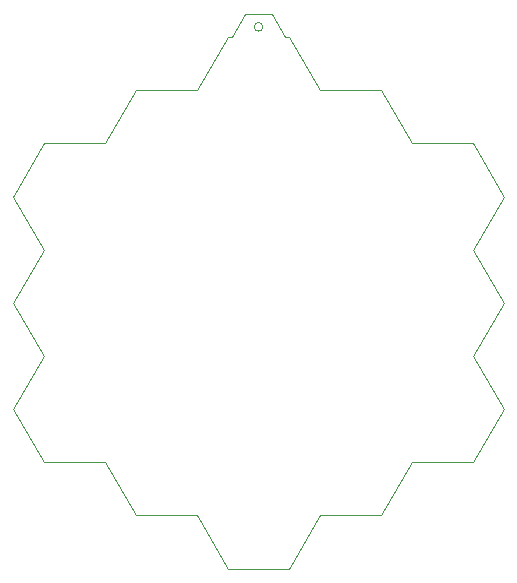
<source format=gbr>
%TF.GenerationSoftware,KiCad,Pcbnew,(6.0.9-0)*%
%TF.CreationDate,2022-12-22T12:47:34+01:00*%
%TF.ProjectId,jwst,6a777374-2e6b-4696-9361-645f70636258,rev?*%
%TF.SameCoordinates,Original*%
%TF.FileFunction,Profile,NP*%
%FSLAX46Y46*%
G04 Gerber Fmt 4.6, Leading zero omitted, Abs format (unit mm)*
G04 Created by KiCad (PCBNEW (6.0.9-0)) date 2022-12-22 12:47:34*
%MOMM*%
%LPD*%
G01*
G04 APERTURE LIST*
%TA.AperFunction,Profile*%
%ADD10C,0.084666*%
%TD*%
%TA.AperFunction,Profile*%
%ADD11C,0.100000*%
%TD*%
G04 APERTURE END LIST*
D10*
X47839971Y-46300053D02*
X47839971Y-46300053D01*
X60839945Y-32800039D02*
X60839945Y-32800039D01*
X55639970Y-32800039D02*
X55639970Y-32800039D01*
D11*
X66399210Y-27432000D02*
G75*
G03*
X66399210Y-27432000I-359210J0D01*
G01*
D10*
X60839945Y-68800048D02*
X60839945Y-68800048D01*
X68639946Y-73300000D02*
X71239973Y-68800048D01*
X55639970Y-32800039D02*
X53039942Y-37299989D01*
X84239946Y-64300019D02*
X86839978Y-59799985D01*
X64927397Y-26374432D02*
X63814791Y-28300006D01*
X68639946Y-28300006D02*
X68639946Y-28300006D01*
X86839978Y-41800020D02*
X86839978Y-41800020D01*
X84239946Y-55300036D02*
X84239946Y-55300036D01*
X47839971Y-64300019D02*
X47839971Y-64300019D01*
X86839978Y-50800002D02*
X86839978Y-50800002D01*
X63814791Y-28300006D02*
X63814791Y-28300006D01*
X60839945Y-68800048D02*
X63439972Y-73300000D01*
X76439946Y-32800039D02*
X76439946Y-32800039D01*
X84239946Y-46300053D02*
X84239946Y-46300053D01*
X63814791Y-28300006D02*
X63814791Y-28300006D01*
X84239946Y-55300036D02*
X86839978Y-50800002D01*
X47839971Y-64300019D02*
X53039942Y-64300019D01*
X71239973Y-68800048D02*
X71239973Y-68800048D01*
X53039942Y-37299989D02*
X47839971Y-37299989D01*
X76439946Y-68800048D02*
X76439946Y-68800048D01*
X63814791Y-28300006D02*
X63439972Y-28300006D01*
X68265127Y-28300006D02*
X67152519Y-26374432D01*
X45239942Y-50800002D02*
X45239942Y-50800002D01*
X86839978Y-59799985D02*
X86839978Y-59799985D01*
X79039975Y-64300019D02*
X84239946Y-64300019D01*
X71239973Y-32800039D02*
X68639946Y-28300006D01*
X63439972Y-28300006D02*
X63439972Y-28300006D01*
X79039975Y-64300019D02*
X79039975Y-64300019D01*
X47839971Y-46300053D02*
X45239942Y-50800002D01*
X45239942Y-41800020D02*
X47839971Y-46300053D01*
X79039975Y-37299989D02*
X79039975Y-37299989D01*
X55639970Y-68800048D02*
X55639970Y-68800048D01*
X86839978Y-59799985D02*
X84239946Y-55300036D01*
X68639946Y-73300000D02*
X68639946Y-73300000D01*
X76439946Y-32800039D02*
X71239973Y-32800039D01*
X68265127Y-28300006D02*
X68265127Y-28300006D01*
X60839945Y-32800039D02*
X55639970Y-32800039D01*
X79039975Y-37299989D02*
X76439946Y-32800039D01*
X53039942Y-64300019D02*
X55639970Y-68800048D01*
X47839971Y-37299989D02*
X47839971Y-37299989D01*
X84239946Y-46300053D02*
X86839978Y-41800020D01*
X67152519Y-26374432D02*
X67152519Y-26374432D01*
X84239946Y-37299989D02*
X79039975Y-37299989D01*
X47839971Y-55300036D02*
X47839971Y-55300036D01*
X45239942Y-41800020D02*
X45239942Y-41800020D01*
X67152519Y-26374432D02*
X64927397Y-26374432D01*
X86839978Y-50800002D02*
X84239946Y-46300053D01*
X45239942Y-50800002D02*
X47839971Y-55300036D01*
X45239942Y-59799985D02*
X47839971Y-64300019D01*
X63439972Y-28300006D02*
X60839945Y-32800039D01*
X53039942Y-64300019D02*
X53039942Y-64300019D01*
X64927397Y-26374432D02*
X64927397Y-26374432D01*
X86839978Y-41800020D02*
X84239946Y-37299989D01*
X63439972Y-73300000D02*
X63439972Y-73300000D01*
X84239946Y-37299989D02*
X84239946Y-37299989D01*
X84239946Y-64300019D02*
X84239946Y-64300019D01*
X63439972Y-73300000D02*
X68639946Y-73300000D01*
X47839971Y-37299989D02*
X45239942Y-41800020D01*
X53039942Y-37299989D02*
X53039942Y-37299989D01*
X55639970Y-68800048D02*
X60839945Y-68800048D01*
X45239942Y-59799985D02*
X45239942Y-59799985D01*
X76439946Y-68800048D02*
X79039975Y-64300019D01*
X71239973Y-32800039D02*
X71239973Y-32800039D01*
X47839971Y-55300036D02*
X45239942Y-59799985D01*
X71239973Y-68800048D02*
X76439946Y-68800048D01*
X68639946Y-28300006D02*
X68265127Y-28300006D01*
M02*

</source>
